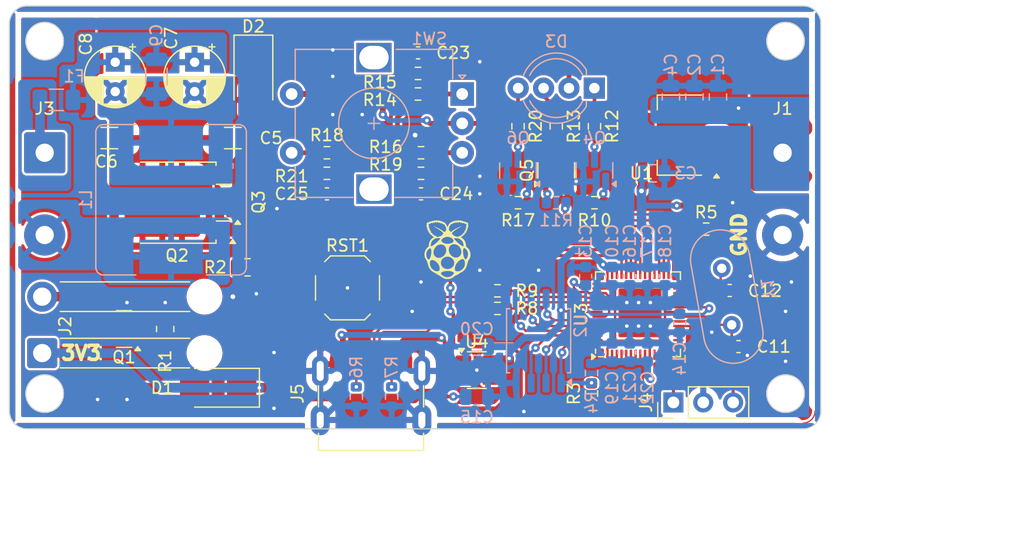
<source format=kicad_pcb>
(kicad_pcb (version 20221018) (generator pcbnew)
  (layers (0 "F.Cu" signal) (31 "B.Cu" signal) (34 "B.Paste" user) (35 "F.Paste" user) (36 "B.SilkS" user "B.Silkscreen") (37 "F.SilkS" user "F.Silkscreen") (38 "B.Mask" user) (39 "F.Mask" user) (44 "Edge.Cuts" user))
  (net 0 "")
  (net 1 "GND")
  (net 2 "/MCU/RUN")
  (net 3 "+3V3")
  (net 4 "Net-(U3-XIN)")
  (net 5 "Net-(U3-XOUT)")
  (net 6 "Net-(U3-VREG_VOUT)")
  (net 7 "/MCU/R1")
  (net 8 "+5V")
  (net 9 "/MCU/G1")
  (net 10 "/MCU/B1")
  (net 11 "/MCU/SWCLK")
  (net 12 "/MCU/SWD")
  (net 13 "Net-(D1-A)")
  (net 14 "Net-(J3-Pin_1)")
  (net 15 "Net-(J3-Pin_2)")
  (net 16 "Net-(J5-CC1)")
  (net 18 "Net-(J5-CC2)")
  (net 19 "/MCU/SS")
  (net 20 "/MCU/MCU_BOOT")
  (net 22 "Net-(Q4-B)")
  (net 23 "/MCU/D+")
  (net 24 "/MCU/M_D+")
  (net 25 "/MCU/D-")
  (net 26 "/MCU/M_D-")
  (net 27 "/MCU/LED1")
  (net 28 "/MCU/LED2")
  (net 29 "/MCU/LED3")
  (net 30 "/MCU/SD1")
  (net 31 "/MCU/SD2")
  (net 32 "/MCU/SD0")
  (net 33 "/MCU/SCLK")
  (net 34 "/MCU/SD3")
  (net 35 "Net-(Q4-C)")
  (net 36 "Net-(Q5-B)")
  (net 37 "Net-(Q5-C)")
  (net 38 "Net-(Q6-B)")
  (net 39 "Net-(Q6-C)")
  (net 52 "/MCU/RE1")
  (net 53 "/MCU/RE2")
  (net 54 "/MCU/RE_SW")
  (net 55 "+12V")
  (net 56 "Net-(D2-A)")
  (net 60 "/MCU/LED_PWM")
  (net 66 "/MCU/HAP_PWM")
  (net 69 "Net-(R14-Pad2)")
  (net 70 "Net-(R16-Pad1)")
  (net 71 "Net-(R18-Pad1)")
  (footprint "Resistor_SMD:R_0805_2012Metric" (layer "F.Cu") (at 100.25 106.25)
    (fp_text reference "R2")
    (fp_text value "100K")
  )
  (footprint "Capacitor_THT:CP_Radial_D5.0mm_P2.50mm" (layer "F.Cu") (at 89 88.794888 -90)
    (fp_text reference "C8")
    (fp_text value "100uf/50V")
  )
  (footprint "Package_TO_SOT_SMD:SOT-23" (layer "F.Cu") (at 98.25 100.75 180)
    (fp_text reference "Q3")
    (fp_text value "BS870")
  )
  (footprint "Diode_SMD:D_SMA" (layer "F.Cu") (at 97.75 116.5 180)
    (fp_text reference "D1")
    (fp_text value "SS14/SS34")
  )
  (footprint "Resistor_SMD:R_0603_1608Metric" (layer "F.Cu") (at 107 98.25 180)
    (fp_text reference "R21")
    (fp_text value "R_US")
  )
  (footprint "Resistor_SMD:R_0603_1608Metric" (layer "F.Cu") (at 115 98.25)
    (fp_text reference "R19")
    (fp_text value "R_US")
  )
  (footprint "Connector_PinHeader_2.54mm:PinHeader_1x03_P2.54mm_Vertical" (layer "F.Cu") (at 136.46 117.75 90)
    (fp_text reference "J4")
    (fp_text value "Conn_01x03_Male")
  )
  (footprint "Capacitor_SMD:C_0603_1608Metric" (layer "F.Cu") (at 141.25 108.225 180)
    (fp_text reference "C12")
    (fp_text value "20pf")
  )
  (footprint "Package_TO_SOT_SMD:SOT-23" (layer "F.Cu") (at 89.75 111.5 180)
    (fp_text reference "Q1")
    (fp_text value "BS870")
  )
  (footprint "LOGO" (layer "F.Cu") (at 117.25 104.75)
    (fp_text reference "G***" hide)
    (fp_text value "LOGO" hide)
  )
  (footprint "Resistor_SMD:R_0603_1608Metric" (layer "F.Cu") (at 139.25 103)
    (fp_text reference "R5")
    (fp_text value "10K")
  )
  (footprint "Package_TO_SOT_SMD:SOT-223-3_TabPin2" (layer "F.Cu") (at 137 95 180)
    (fp_text reference "U1")
    (fp_text value "LM1117-3.3")
  )
  (footprint "Resistor_SMD:R_0603_1608Metric" (layer "F.Cu") (at 114.75 89.75)
    (fp_text reference "R15")
    (fp_text value "R_US")
  )
  (footprint "Resistor_SMD:R_0603_1608Metric" (layer "F.Cu") (at 121.5 108.25)
    (fp_text reference "R9")
    (fp_text value "27R")
  )
  (footprint "Package_TO_SOT_SMD:TO-252-2" (layer "F.Cu") (at 94.26 100.75 180)
    (fp_text reference "Q2")
    (fp_text value "STD7NK40Z")
  )
  (footprint "Resistor_SMD:R_0603_1608Metric" (layer "F.Cu") (at 115 96.5 180)
    (fp_text reference "R16")
    (fp_text value "R_US")
  )
  (footprint "Capacitor_SMD:C_0603_1608Metric" (layer "F.Cu") (at 114.75 88)
    (fp_text reference "C23")
    (fp_text value "C")
  )
  (footprint "Capacitor_SMD:C_0603_1608Metric" (layer "F.Cu") (at 142 113 180)
    (fp_text reference "C11")
    (fp_text value "20pf")
  )
  (footprint "USB:USB_C_Receptacle_Palconn_UTC16-G" (layer "F.Cu") (at 110.75 117)
    (fp_text reference "J5")
    (fp_text value "USB_C_Receptacle_USB2.0")
  )
  (footprint "Resistor_SMD:R_0603_1608Metric" (layer "F.Cu") (at 121.5 109.75)
    (fp_text reference "R8")
    (fp_text value "27R")
  )
  (footprint "Package_DFN_QFN:QFN-56-1EP_7x7mm_P0.4mm_EP3.2x3.2mm" (layer "F.Cu") (at 133.45 110.25 90)
    (fp_text reference "U3")
    (fp_text value "RP2040")
  )
  (footprint "Resistor_SMD:R_0603_1608Metric" (layer "F.Cu") (at 126.5 94.25 -90)
    (fp_text reference "R13")
    (fp_text value "1K")
  )
  (footprint "Resistor_SMD:R_0603_1608Metric" (layer "F.Cu") (at 129.75 100.75)
    (fp_text reference "R10")
    (fp_text value "4K7")
  )
  (footprint "Resistor_SMD:R_0603_1608Metric" (layer "F.Cu") (at 123.25 94.25 -90)
    (fp_text reference "R20")
    (fp_text value "1K")
  )
  (footprint "Resistor_SMD:R_0603_1608Metric" (layer "F.Cu") (at 129.75 94.25 -90)
    (fp_text reference "R12")
    (fp_text value "1K")
  )
  (footprint "Package_TO_SOT_SMD:SOT-23-5" (layer "F.Cu") (at 119.75 115)
    (fp_text reference "U4")
    (fp_text value "MIC5219-3.3YM5")
  )
  (footprint "Capacitor_SMD:C_1206_3216Metric" (layer "F.Cu") (at 88.5 95.25 180)
    (fp_text reference "C6")
    (fp_text value "100uf/50V")
  )
  (footprint "Capacitor_THT:CP_Radial_D5.0mm_P2.50mm" (layer "F.Cu") (at 95.75 88.794888 -90)
    (fp_text reference "C7")
    (fp_text value "100uf/50V")
  )
  (footprint "Capacitor_SMD:C_1206_3216Metric" (layer "F.Cu") (at 99 95.25)
    (fp_text reference "C5")
    (fp_text value "220uf/50V")
  )
  (footprint "Connector_Wire:SolderWire-0.75sqmm_1x02_P7mm_D1.25mm_OD3.5mm" (layer "F.Cu") (at 83 96.5 -90)
    (fp_text reference "J3")
    (fp_text value "Conn_01x02_Pin")
  )
  (footprint "Resistor_SMD:R_0603_1608Metric" (layer "F.Cu") (at 107 96.5)
    (fp_text reference "R18")
    (fp_text value "R_US")
  )
  (footprint "Connector_Wire:SolderWire-0.75sqmm_1x02_P7mm_D1.25mm_OD3.5mm" (layer "F.Cu") (at 145.75 96.5 -90)
    (fp_text reference "J1")
    (fp_text value "Conn_01x02_Pin")
  )
  (footprint "Resistor_SMD:R_0603_1608Metric" (layer "F.Cu") (at 123.25 100.75)
    (fp_text reference "R17")
    (fp_text value "4K7")
  )
  (footprint "Package_TO_SOT_SMD:SOT-23" (layer "F.Cu") (at 126.5 98 90)
    (fp_text reference "Q5")
    (fp_text value "BC547")
  )
  (footprint "Resistor_SMD:R_0603_1608Metric" (layer "F.Cu") (at 129.5 117 -90)
    (fp_text reference "R3")
    (fp_text value "1K")
  )
  (footprint "Resistor_SMD:R_0805_2012Metric" (layer "F.Cu") (at 93.25 111.5 90)
    (fp_text reference "R1")
    (fp_text value "100K")
  )
  (footprint "Capacitor_SMD:C_0603_1608Metric" (layer "F.Cu") (at 107 100 180)
    (fp_text reference "C25")
    (fp_text value "C")
  )
  (footprint "Resistor_SMD:R_0603_1608Metric" (layer "F.Cu") (at 114.75 91.5)
    (fp_text reference "R14")
    (fp_text value "R_US")
  )
  (footprint "Capacitor_SMD:C_0603_1608Metric" (layer "F.Cu") (at 115 100)
    (fp_text reference "C24")
    (fp_text value "C")
  )
  (footprint "Button_Switch_SMD:SW_SPST_SKQG_WithStem" (layer "F.Cu") (at 108.75 108)
    (fp_text reference "RST1")
    (fp_text value "SW_Push")
  )
  (footprint "Connector_Wire:SolderWire-0.75sqmm_1x02_P4.8mm_D1.25mm_OD2.3mm_Relief" (layer "F.Cu") (at 82.79 113.55 90)
    (fp_text reference "J2")
    (fp_text value "Conn_01x02_Pin")
  )
  (footprint "Diode_SMD:D_SMA" (layer "F.Cu") (at 100.75 90 -90)
    (fp_text reference "D2")
    (fp_text value "SS14/SS34")
  )
  (footprint "Capacitor_SMD:C_0603_1608Metric" (layer "B.Cu") (at 131.25 113.5 90)
    (fp_text reference "C19")
    (fp_text value "100nf")
  )
  (footprint "Package_SO:SOIC-8_5.23x5.23mm_P1.27mm" (layer "B.Cu") (at 125 112.5 90)
    (fp_text reference "U2")
    (fp_text value "W25Q64JVSSIQ")
  )
  (footprint "Capacitor_SMD:C_0805_2012Metric" (layer "B.Cu") (at 138.25 91.75 90)
    (fp_text reference "C2")
    (fp_text value "C")
  )
  (footprint "Capacitor_SMD:C_0805_2012Metric" (layer "B.Cu") (at 119.75 113 180)
    (fp_text reference "C20")
    (fp_text value "10uf")
  )
  (footprint "Fuse:Fuse_1206_3216Metric" (layer "B.Cu") (at 84 92 180)
    (fp_text reference "F1")
    (fp_text value "Polyfuse")
  )
  (footprint "Capacitor_SMD:C_0603_1608Metric" (layer "B.Cu") (at 131.25 107 -90)
    (fp_text reference "C10")
    (fp_text value "100nf")
  )
  (footprint "Capacitor_SMD:C_0603_1608Metric" (layer "B.Cu") (at 135.75 107 -90)
    (fp_text reference "C18")
    (fp_text value "100nf")
  )
  (footprint "Package_TO_SOT_SMD:SOT-23" (layer "B.Cu") (at 129.75 98 90)
    (fp_text reference "Q4")
    (fp_text value "BC547")
  )
  (footprint "Capacitor_SMD:C_0603_1608Metric" (layer "B.Cu") (at 137 111 -90)
    (fp_text reference "C14")
    (fp_text value "100nf")
  )
  (footprint "Capacitor_SMD:C_0805_2012Metric" (layer "B.Cu") (at 134.75 98.25)
    (fp_text reference "C3")
    (fp_text value "10uf")
  )
  (footprint "Capacitor_SMD:C_1206_3216Metric" (layer "B.Cu") (at 92.5 90.025 -90)
    (fp_text reference "C9")
    (fp_text value "100uf/50V")
  )
  (footprint "Capacitor_SMD:C_0603_1608Metric" (layer "B.Cu") (at 132.75 107 -90)
    (fp_text reference "C16")
    (fp_text value "100nf")
  )
  (footprint "Capacitor_SMD:C_0603_1608Metric" (layer "B.Cu") (at 134.25 107 -90)
    (fp_text reference "C17")
    (fp_text value "100nf")
  )
  (footprint "Capacitor_SMD:C_0805_2012Metric" (layer "B.Cu") (at 140.25 91.75 90)
    (fp_text reference "C1")
    (fp_text value "10uf")
  )
  (footprint "Rotary_Encoder:RotaryEncoder_Alps_EC12E-Switch_Vertical_H20mm" (layer "B.Cu") (at 118.5 91.5 180)
    (fp_text reference "SW1")
    (fp_text value "RotaryEncoder_Switch")
  )
  (footprint "Resistor_SMD:R_0603_1608Metric" (layer "B.Cu") (at 109.5 117.25 -90)
    (fp_text reference "R6")
    (fp_text value "R_US")
  )
  (footprint "Capacitor_SMD:C_0603_1608Metric" (layer "B.Cu") (at 129 107 90)
    (fp_text reference "C13")
    (fp_text value "100nf")
  )
  (footprint "Resistor_SMD:R_0603_1608Metric" (layer "B.Cu") (at 129.5 115.25 90)
    (fp_text reference "R4")
    (fp_text value "10K")
  )
  (footprint "LED_THT:LED_D5.0mm-4_RGB_Wide_Pins" (layer "B.Cu") (at 129.74 91 180)
    (fp_text reference "D3")
    (fp_text value "LED_RAGB")
  )
  (footprint "Inductor_SMD:L_Bourns_SRR1260" (layer "B.Cu") (at 93.75 100.5 -90)
    (fp_text reference "L1")
    (fp_text value "100uH")
  )
  (footprint "Capacitor_SMD:C_0805_2012Metric" (layer "B.Cu") (at 119.75 117.25)
    (fp_text reference "C15")
    (fp_text value "10uf")
  )
  (footprint "Crystal:Crystal_HC49-4H_Vertical" (layer "B.Cu") (at 140.574562 106.337221 -80)
    (fp_text reference "Y1")
    (fp_text value "Crystal")
  )
  (footprint "Capacitor_SMD:C_0603_1608Metric" (layer "B.Cu") (at 134.25 113.5 90)
    (fp_text reference "C22")
    (fp_text value "100nf")
  )
  (footprint "Resistor_SMD:R_0603_1608Metric" (layer "B.Cu") (at 126.5 100.75 180)
    (fp_text reference "R11")
    (fp_text value "4K7")
  )
  (footprint "Resistor_SMD:R_0603_1608Metric" (layer "B.Cu") (at 112.5 117.25 -90)
    (fp_text reference "R7")
    (fp_text value "R_US")
  )
  (footprint "Package_TO_SOT_SMD:SOT-23" (layer "B.Cu") (at 123.25 98 90)
    (fp_text reference "Q6")
    (fp_text value "BC547")
  )
  (footprint "Capacitor_SMD:C_0805_2012Metric" (layer "B.Cu") (at 136.25 91.75 90)
    (fp_text reference "C4")
    (fp_text value "C")
  )
  (footprint "Capacitor_SMD:C_0603_1608Metric" (layer "B.Cu") (at 132.75 113.5 90)
    (fp_text reference "C21")
    (fp_text value "100nf")
  )
  (gr_arc (start 148.499993 118.499995) (mid 148.207101 119.207102) (end 147.499994 119.499994) (stroke (width 0.1)) (layer "F.Cu"))
  (gr_circle (center 146 87) (end 147.6 87) (stroke (width 0.1)) (fill none) (layer "Edge.Cuts"))
  (gr_line (start 149 85.5) (end 149 118.5) (stroke (width 0.1)) (layer "Edge.Cuts"))
  (gr_arc (start 147.5 84) (mid 148.56066 84.43934) (end 149 85.5) (stroke (width 0.1)) (layer "Edge.Cuts"))
  (gr_line (start 81.5 120) (end 147.5 120) (stroke (width 0.1)) (layer "Edge.Cuts"))
  (gr_arc (start 149 118.5) (mid 148.56066 119.56066) (end 147.5 120) (stroke (width 0.1)) (layer "Edge.Cuts"))
  (gr_arc (start 80 85.5) (mid 80.43934 84.43934) (end 81.5 84) (stroke (width 0.1)) (layer "Edge.Cuts"))
  (gr_arc (start 81.5 120) (mid 80.43934 119.56066) (end 80 118.5) (stroke (width 0.1)) (layer "Edge.Cuts"))
  (gr_circle (center 146 117) (end 147.6 117) (stroke (width 0.1)) (fill none) (layer "Edge.Cuts"))
  (gr_line (start 80 85.5) (end 80 118.5) (stroke (width 0.1)) (layer "Edge.Cuts"))
  (gr_line (start 81.5 84) (end 147.5 84) (stroke (width 0.1)) (layer "Edge.Cuts"))
  (gr_circle (center 83 117) (end 84.6 117) (stroke (width 0.1)) (fill none) (layer "Edge.Cuts"))
  (gr_circle (center 83 87) (end 84.6 87) (stroke (width 0.1)) (fill none) (layer "Edge.Cuts"))
  (gr_text "GND" (at 142.75 105.5 90) (layer "F.SilkS") (effects (font (size 1.2 1.2) (thickness 0.3) bold) (justify left bottom)))
  (gr_text "3V3" (at 84.25 114.25) (layer "F.SilkS") (effects (font (size 1.2 1.2) (thickness 0.3) bold) (justify left bottom)))
  (segment (start 142.025 108.225) (end 142.025 107.225) (width 0.254) (layer "F.Cu") (net 1))
  (segment (start 107.5 113) (end 106.75 113) (width 0.508) (layer "F.Cu") (net 1))
  (segment (start 118.6125 115) (end 119.75 115) (width 0.3048) (layer "F.Cu") (net 1))
  (segment (start 113.95 113.3) (end 114 113.25) (width 0.508) (layer "F.Cu") (net 1))
  (segment (start 106.175 99.95) (end 106.225 100) (width 0.4064) (layer "F.Cu") (net 1))
  (segment (start 139.25 111.5) (end 139.45 111.5) (width 0.2) (layer "F.Cu") (net 1))
  (segment (start 101.1625 106.25) (end 101.1625 107.3375) (width 0.508) (layer "F.Cu") (net 1))
  (segment (start 106.75 113) (end 106.43 113.32) (width 0.508) (layer "F.Cu") (net 1))
  (segment (start 107.55 113.05) (end 107.5 113) (width 0.508) (layer "F.Cu") (net 1))
  (segment (start 139 111.25) (end 139.25 111.5) (width 0.2) (layer "F.Cu") (net 1))
  (segment (start 114.1 109.85) (end 114.25 110) (width 0.3048) (layer "F.Cu") (net 1))
  (segment (start 128.1875 98.9375) (end 127.45 98.9375) (width 0.3048) (layer "F.Cu") (net 1))
  (segment (start 101 107.5) (end 101.1625 107.3375) (width 0.508) (layer "F.Cu") (net 1))
  (segment (start 101 108.5) (end 101 107.5) (width 0.508) (layer "F.Cu") (net 1))
  (segment (start 111.85 109.85) (end 114.1 109.85) (width 0.3048) (layer "F.Cu") (net 1))
  (segment (start 115.825 99.95) (end 115.775 100) (width 0.4064) (layer "F.Cu") (net 1))
  (segment (start 113.95 114.49) (end 113.95 113.3) (width 0.508) (layer "F.Cu") (net 1))
  (segment (start 90.6875 110.55) (end 93.2125 110.55) (width 0.508) (layer "F.Cu") (net 1))
  (segment (start 115.825 98.25) (end 115.825 99.95) (width 0.4064) (layer "F.Cu") (net 1))
  (segment (start 93.2125 110.55) (end 93.25 110.5875) (width 0.508) (layer "F.Cu") (net 1))
  (segment (start 139.45 111.5) (end 139.725 111.775) (width 0.2) (layer "F.Cu") (net 1))
  (segment (start 115.07 113.57) (end 115.07 115.07) (width 0.508) (layer "F.Cu") (net 1))
  (segment (start 142.025 107.225) (end 142.25 107) (width 0.254) (layer "F.Cu") (net 1))
  (segment (start 136.8875 111.25) (end 139 111.25) (width 0.2) (layer "F.Cu") (net 1))
  (segment (start 142.775 113.725) (end 142.775 113) (width 0.254) (layer "F.Cu") (net 1))
  (segment (start 93.25 110.5875) (end 93.25 109.25) (width 0.508) (layer "F.Cu") (net 1))
  (segment (start 107.55 114.49) (end 107.55 113.05) (width 0.508) (layer "F.Cu") (net 1))
  (segment (start 114 113.25) (end 114.75 113.25) (width 0.508) (layer "F.Cu") (net 1))
  (segment (start 106.43 113.32) (end 106.43 115.07) (width 0.508) (layer "F.Cu") (net 1))
  (segment (start 114.75 113.25) (end 115.07 113.57) (width 0.508) (layer "F.Cu") (net 1))
  (segment (start 142.25 107) (end 143 107) (width 0.254) (layer "F.Cu") (net 1))
  (segment (start 142.75 113.75) (end 142.775 113.725) (width 0.254) (layer "F.Cu") (net 1))
  (segment (start 106.175 98.25) (end 106.175 99.95) (width 0.4064) (layer "F.Cu") (net 1))
  (via (at 107.5 90) (size 0.7064) (drill 0.3) (layers "F.Cu" "B.Cu") (net 1))
  (via (at 93.25 109.25) (size 0.7064) (drill 0.3) (layers "F.Cu" "B.Cu") (net 1))
  (via (at 132.5 109.25) (size 0.7064) (drill 0.3) (layers "F.Cu" "B.Cu") (net 1))
  (via (at 133.5 111.25) (size 0.7064) (drill 0.3) (layers "F.Cu" "B.Cu") (net 1))
  (via (at 146 114.25) (size 0.7064) (drill 0.3) (layers "F.Cu" "B.Cu") (net 1))
  (via (at 90 117.5) (size 0.7064) (drill 0.3) (layers "F.Cu" "B.Cu") (net 1))
  (via (at 120 88.75) (size 0.7064) (drill 0.3) (layers "F.Cu" "B.Cu") (net 1))
  (via (at 134.5 111.25) (size 0.7064) (drill 0.3) (layers "F.Cu" "B.Cu") (net 1))
  (via (at 102.5 113.5) (size 0.7064) (drill 0.3) (layers "F.Cu" "B.Cu") (net 1))
  (via (at 132.5 111.25) (size 0.7064) (drill 0.3) (layers "F.Cu" "B.Cu") (net 1))
  (via (at 107.5 87.75) (size 0.7064) (drill 0.3) (layers "F.Cu" "B.Cu") (net 1))
  (via (at 108.75 108) (size 0.7064) (drill 0.3) (layers "F.Cu" "B.Cu") (net 1))
  (via (at 120 98.5) (size 0.7064) (drill 0.3) (layers "F.Cu" "B.Cu") (net 1))
  (via (at 115 107.5) (size 0.7064) (drill 0.3) (layers "F.Cu" "B.Cu") (net 1))
  (via (at 141.5 100.75) (size 0.7064) (drill 0.3) (layers "F.Cu" "B.Cu") (net 1))
  (via (at 128.1875 98.9375) (size 0.7064) (drill 0.3) (layers "F.Cu" "B.Cu") (net 1))
  (via (at 133.5 109.25) (size 0.7064) (drill 0.3) (layers "F.Cu" "B.Cu") (net 1))
  (via (at 146 110) (size 0.7064) (drill 0.3) (layers "F.Cu" "B.Cu") (net 1))
  (via (at 99 108.75) (size 0.8) (drill 0.4) (layers "F.Cu" "B.Cu") (net 1))
  (via (at 114.5 95) (size 0.8) (drill 0.4) (layers "F.Cu" "B.Cu") (net 1))
  (via (at 146.5 107.5) (size 0.7064) (drill 0.3) (layers "F.Cu" "B.Cu") (net 1))
  (via (at 110 93.25) (size 0.7064) (drill 0.3) (layers "F.Cu" "B.Cu") (net 1))
  (via (at 134.5 109.25) (size 0.7064) (drill 0.3) (layers "F.Cu" "B.Cu") (net 1))
  (via (at 87.5 117.5) (size 0.7064) (drill 0.3) (layers "F.Cu" "B.Cu") (net 1))
  (via (at 143 107) (size 0.7064) (drill 0.3) (layers "F.Cu" "B.Cu") (net 1))
  (via (at 123.747079 118.526285) (size 0.7064) (drill 0.3) (layers "F.Cu" "B.Cu") (net 1))
  (via (at 107.5 93.25) (size 0.7064) (drill 0.3) (layers "F.Cu" "B.Cu") (net 1))
  (via (at 139.725 111.775) (size 0.7064) (drill 0.3) (layers "F.Cu" "B.Cu") (net 1))
  (via (at 101 108.5) (size 0.7064) (drill 0.3) (layers "F.Cu" "B.Cu") (net 1))
  (via (at 90 109.25) (size 0.7064) (drill 0.3) (layers "F.Cu" "B.Cu") (net 1))
  (via (at 120 106.5) (size 0.7064) (drill 0.3) (layers "F.Cu" "B.Cu") (net 1))
  (via (at 120 100) (size 0.7064) (drill 0.3) (layers "F.Cu" "B.Cu") (net 1))
  (via (at 102.75 101.25) (size 0.7064) (drill 0.3) (layers "F.Cu" "B.Cu") (net 1))
  (via (at 119.75 115) (size 0.7064) (drill 0.3) (layers "F.Cu" "B.Cu") (net 1))
  (via (at 142.75 113.75) (size 0.7064) (drill 0.3) (layers "F.Cu" "B.Cu") (net 1))
  (via (at 114.25 110) (size 0.7064) (drill 0.3) (layers "F.Cu" "B.Cu") (net 1))
  (via (at 102.5 118.25) (size 0.7064) (drill 0.3) (layers "F.Cu" "B.Cu") (net 1))
  (via (at 125 106.5) (size 0.7064) (drill 0.3) (layers "F.Cu" "B.Cu") (net 1))
  (segment (start 131.25 107.775) (end 132.75 107.775) (width 0.3048) (layer "B.Cu") (net 1))
  (segment (start 128.8 98.05) (end 128.25 97.5) (width 0.3048) (layer "B.Cu") (net 1))
  (segment (start 140.25 108.75) (end 140.25 111.25) (width 0.3048) (layer "B.Cu") (net 1))
  (segment (start 135.75 107.775) (end 136.525 107.775) (width 0.3048) (layer "B.Cu") (net 1))
  (segment (start 129.725 106.225) (end 130 106.5) (width 0.254) (layer "B.Cu") (net 1))
  (segment (start 109.5 118.075) (end 112.5 118.075) (width 0.508) (layer "B.Cu") (net 1))
  (segment (start 115.07 115.07) (end 115.07 119.24) (width 0.508) (layer "B.Cu") (net 1))
  (segment (start 136.525 107.775) (end 137.5 108.75) (width 0.3048) (layer "B.Cu") (net 1))
  (segment (start 143 108.25) (end 143 107) (width 0.3048) (layer "B.Cu") (net 1))
  (segment (start 135.275 112.725) (end 134.25 112.725) (width 0.3048) (layer "B.Cu") (net 1))
  (segment (start 132.75 107.775) (end 134.25 107.775) (width 0.3048) (layer "B.Cu") (net 1))
  (segment (start 128.25 95.5) (end 127.75 95) (width 0.3048) (layer "B.Cu") (net 1))
  (segment (start 136.225 111.775) (end 135.275 112.725) (width 0.3048) (layer "B.Cu") (net 1))
  (segment (start 120.7 117.25) (end 120.7 116.2) (width 0.3048) (layer "B.Cu") (net 1))
  (segment (start 107.675 118.075) (end 109.5 118.075) (width 0.508) (layer "B.Cu") (net 1))
  (segment (start 118.8 114.8) (end 119 115) (width 0.3048) (layer "B.Cu") (net 1))
  (segment (start 142.5 108.75) (end 143 108.25) (width 0.3048) (layer "B.Cu") (net 1))
  (segment (start 134.25 112.725) (end 132.75 112.725) (width 0.3048) (layer "B.Cu") (net 1))
  (segment (start 130 107.5) (end 130.275 107.775) (width 0.254) (layer "B.Cu") (net 1))
  (segment (start 130 106.5) (end 130 107.5) (width 0.254) (layer "B.Cu") (net 1))
  (segment (start 118.8 113) (end 118.8 114.8) (width 0.3048) (layer "B.Cu") (net 1))
  (segment (start 106.51 119.24) (end 107.675 118.075) (width 0.508) (layer "B.Cu") (net 1))
  (segment (start 132.75 112.725) (end 131.25 112.725) (width 0.3048) (layer "B.Cu") (net 1))
  (segment (start 137.5 108.75) (end 140.25 108.75) (width 0.3048) (layer "B.Cu") (net 1))
  (segment (start 128.25 97.5) (end 128.25 95.5) (width 0.3048) (layer "B.Cu") (net 1))
  (segment (start 106.43 119.24) (end 106.51 119.24) (width 0.508) (layer "B.Cu") (net 1))
  (segment (start 119 115) (end 119.75 115) (width 0.3048) (layer "B.Cu") (net 1))
  (segment (start 112.5 118.075) (end 113.905 118.075) (width 0.508) (layer "B.Cu") (net 1))
  (segment (start 139.725 111.775) (end 137 111.775) (width 0.3048) (layer "B.Cu") (net 1))
  (segment (start 134.25 107.775) (end 135.75 107.775) (width 0.3048) (layer "B.Cu") (net 1))
  (segment (start 123 95) (end 122.3 95.7) (width 0.3048) (layer "B.Cu") (net 1))
  (segment (start 137 111.775) (end 136.225 111.775) (width 0.3048) (layer "B.Cu") (net 1))
  (segment (start 140.25 111.25) (end 139.725 111.775) (width 0.3048) (layer "B.Cu") (net 1))
  (segment (start 113.905 118.075) (end 115.07 119.24) (width 0.508) (layer "B.Cu") (net 1))
  (segment (start 128.8 98.9375) (end 128.8 98.05) (width 0.3048) (layer "B.Cu") (net 1))
  (segment (start 122.3 95.7) (end 122.3 98.9375) (width 0.3048) (layer "B.Cu") (net 1))
  (segment (start 128.1875 98.9375) (end 128.8 98.9375) (width 0.3048) (layer "B.Cu") (net 1))
  (segment (start 130.275 107.775) (end 131.25 107.775) (width 0.254) (layer "B.Cu") (net 1))
  (segment (start 140.25 108.75) (end 142.5 108.75) (width 0.3048) (layer "B.Cu") (net 1))
  (segment (start 119.75 115.25) (end 119.75 115) (width 0.3048) (layer "B.Cu") (net 1))
  (segment (start 129 106.225) (end 129.725 106.225) (width 0.254) (layer "B.Cu") (net 1))
  (segment (start 120.7 116.2) (end 119.75 115.25) (width 0.3048) (layer "B.Cu") (net 1))
  (segment (start 106.43 115.07) (end 106.43 119.24) (width 0.508) (layer "B.Cu") (net 1))
  (segment (start 127.75 95) (end 123 95) (width 0.3048) (layer "B.Cu") (net 1))
  (segment (start 136.8875 108.45) (end 137.8 108.45) (width 0.2) (layer "F.Cu") (net 2))
  (segment (start 138.25 108) (end 138.25 104.25) (width 0.2) (layer "F.Cu") (net 2))
  (segment (start 137.8 108.45) (end 138.25 108) (width 0.2) (layer "F.Cu") (net 2))
  (segment (start 138.425 104.075) (end 138.425 103) (width 0.2) (layer "F.Cu") (net 2))
  (segment (start 138.25 104.25) (end 138.425 104.075) (width 0.2) (layer "F.Cu") (net 2))
  (segment (start 133.75 99.5) (end 133.75 99.75) (width 0.8128) (layer "F.Cu") (net 3))
  (segment (start 128 110) (end 127 110) (width 0.2) (layer "F.Cu") (net 3))
  (segment (start 111 91.5) (end 104 91.5) (width 0.508) (layer "F.Cu") (net 3))
  (segment (start 130.9 107.65) (end 131 107.75) (width 0.2) (layer "F.Cu") (net 3))
  (segment (start 131.3 108.05) (end 131 108.05) (width 0.2) (layer "F.Cu") (net 3))
  (segment (start 133.85 99.1) (end 134 99.25) (width 0.8128) (layer "F.Cu") (net 3))
  (segment (start 130.0125 110.05) (end 128.55 110.05) (width 0.2) (layer "F.Cu") (net 3))
  (segment (start 135.75 110) (end 135.75 112.25) (width 0.2) (layer "F.Cu") (net 3))
  (segment (start 114.82105 117) (end 114.410525 117.410525) (width 0.8128) (layer "F.Cu") (net 3))
  (segment (start 118.5 94) (end 120.25 94) (width 0.4064) (layer "F.Cu") (net 3))
  (segment (start 103.25 116.5) (end 99.75 116.5) (width 0.8128) (layer "F.Cu") (net 3))
  (segment (start 133.25 89) (end 133.85 89.6) (width 0.4064) (layer "F.Cu") (net 3))
  (segment (start 130.85 106.8125) (end 130.85 107.6) (width 0.2) (layer "F.Cu") (net 3))
  (segment (start 111.75 92.25) (end 111 91.5) (width 0.508) (layer "F.Cu") (net 3))
  (segment (start 134.45 107.7) (end 134.5 107.75) (width 0.2) (layer "F.Cu") (net 3))
  (segment (start 130.85 113.15) (end 131.5 112.5) (width 0.2) (layer "F.Cu") (net 3))
  (segment (start 104 117.25) (end 103.25 116.5) (width 0.8128) (layer "F.Cu") (net 3))
  (segment (start 130.0125 109.65) (end 128.35 109.65) (width 0.2) (layer "F.Cu") (net 3))
  (segment (start 128.35 109.65) (end 128 110) (width 0.2) (layer "F.Cu") (net 3))
  (segment (start 115.75 94) (end 118.5 94) (width 0.4064) (layer "F.Cu") (net 3))
  (segment (start 131 108.05) (end 131 107.75) (width 0.2) (layer "F.Cu") (net 3))
  (segment (start 130.85 113.6875) (end 130.85 113.15) (width 0.2) (layer "F.Cu") (net 3))
  (segment (start 135.8 110.05) (end 135.75 110) (width 0.2) (layer "F.Cu") (net 3))
  (segment (start 122.5 117.5) (end 121.5 118.5) (width 0.8128) (layer "F.Cu") (net 3))
  (segment (start 140.075 101.325) (end 139.75 101) (width 0.508) (layer "F.Cu") (net 3))
  (segment (start 131 107.75) (end 134.5 107.75) (width 0.2) (layer "F.Cu") (net 3))
  (segment (start 131.5 108.25) (end 131.3 108.05) (width 0.2) (layer "F.Cu") (net 3))
  (segment (start 135.75 108) (end 135.75 110) (width 0.2) (layer "F.Cu") (net 3))
  (segment (start 120.8875 114.05) (end 122.45 114.05) (width 0.6096) (layer "F.Cu") (net 3))
  (segment (start 140.15 95) (end 133.85 95) (width 1.016) (layer "F.Cu") (net 3))
  (segment (start 134.45 112.55) (end 134.5 112.5) (width 0.2) (layer "F.Cu") (net 3))
  (segment (start 135.5 107.75) (end 135.75 108) (width 0.2) (layer "F.Cu") (net 3))
  (segment (start 131.5 112.25) (end 131.5 108.25) (width 0.2) (layer "F.Cu") (net 3))
  (segment (start 120.25 94) (end 120.75 93.5) (width 0.4064) (layer "F.Cu") (net 3))
  (segment (start 127 110) (end 127 109.995) (width 0.2) (layer "F.Cu") (net 3))
  (segment (start 107.5 117.25) (end 104 117.25) (width 0.8128) (layer "F.Cu") (net 3))
  (segment (start 99.75 116.5) (end 101.25 116.5) (width 0.508) (layer "F.Cu") (net 3))
  (segment (start 128.5 110) (end 128 110) (width 0.2) (layer "F.Cu") (net 3))
  (segment (start 134 99.25) (end 133.75 99.5) (width 0.8128) (layer "F.Cu") (net 3))
  (segment (start 131.5 112.5) (end 131.5 112.25) (width 0.2) (layer "F.Cu") (net 3))
  (segment (start 131 108.05) (end 130.0125 108.05) (width 0.2) (layer "F.Cu") (net 3))
  (segment (start 139.75 101) (end 136.75 101) (width 0.508) (layer "F.Cu") (net 3))
  (segment (start 133.85 89.6) (end 133.85 95) (width 0.4064) (layer "F.Cu") (net 3))
  (segment (start 130.0125 107.65) (end 130.9 107.65) (width 0.2) (layer "F.Cu") (net 3))
  (segment (start 122.45 114.05) (end 122.5 114) (width 0.6096) (layer "F.Cu") (net 3))
  (segment (start 134.45 113.6875) (end 134.45 112.55) (width 0.2) (layer "F.Cu") (net 3))
  (segment (start 121.5 118.5) (end 117.25 118.5) (width 0.8128) (layer "F.Cu") (net 3))
  (segment (start 115.75 117) (end 114.82105 117) (width 0.8128) (layer "F.Cu") (net 3))
  (segment (start 130.85 107.6) (end 131 107.75) (width 0.2) (layer "F.Cu") (net 3))
  (segment (start 127.5 89) (end 133.25 89) (width 0.4064) (layer "F.Cu") (net 3))
  (segment (start 122.5 114) (end 122.5 117.5) (width 0.8128) (layer "F.Cu") (net 3))
  (segment (start 134.45 104.1468) (end 134.3032 104) (width 0.2) (layer "F.Cu") (net 3))
  (segment (start 127.581 89.081) (end 127.581 91) (width 0.4064) (layer "F.Cu") (net 3))
  (segment (start 130.85 106.38805) (end 130.85 106.8125) (width 0.2) (layer "F.Cu") (net 3))
  (segment (start 128.55 110.05) (end 128.5 110) (width 0.2) (layer "F.Cu") (net 3))
  (segment (start 134.45 115.7) (end 134.45 113.6875) (width 0.2) (layer "F.Cu") (net 3))
  (segment (start 134.5 112.5) (end 131.5 112.5) (width 0.2) (layer "F.Cu") (net 3))
  (segment (start 111.75 93.25) (end 111.75 92.25) (width 0.508) (layer "F.Cu") (net 3))
  (segment (start 120.75 89.75) (end 121.5 89) (width 0.4064) (layer "F.Cu") (net 3))
  (segment (start 135.75 112.25) (end 135.5 112.5) (width 0.2) (layer "F.Cu") (net 3))
  (segment (start 133.85 99.65) (end 133.75 99.75) (width 0.4064) (layer "F.Cu") (net 3))
  (segment (start 114.410525 117.410525) (end 107.660525 117.410525) (width 0.8128) (layer "F.Cu") (net 3))
  (segment (start 127 109.995) (end 126.905 109.9) (width 0.2) (layer "F.Cu") (net 3))
  (segment (start 117.25 118.5) (end 115.75 117) (width 0.8128) (layer "F.Cu") (net 3))
  (segment (start 127.5 89) (end 127.581 89.081) (width 0.4064) (layer "F.Cu") (net 3))
  (segment (start 134.45 106.8125) (end 134.45 104.1468) (width 0.2) (layer "F.Cu") (net 3))
  (segment (start 121.5 89) (end 127.5 89) (width 0.4064) (layer "F.Cu") (net 3))
  (segment (start 120.75 93.5) (end 120.75 89.75) (width 0.4064) (layer "F.Cu") (net 3))
  (segment (start 134.45 106.8125) (end 134.45 107.7) (width 0.2) (layer "F.Cu") (net 3))
  (segment (start 134.5 115.75) (end 134.45 115.7) (width 0.2) (layer "F.Cu") (net 3))
  (segment (start 136.8875 110.05) (end 135.8 110.05) (width 0.2) (layer "F.Cu") (net 3))
  (segment (start 133.85 95) (end 133.85 99.1) (width 0.8128) (layer "F.Cu") (net 3))
  (segment (start 140.075 103) (end 140.075 101.325) (width 0.508) (layer "F.Cu") (net 3))
  (segment (start 115.5 93.75) (end 115.75 94) (width 0.4064) (layer "F.Cu") (net 3))
  (segment (start 107.660525 117.410525) (end 107.5 117.25) (width 0.8128) (layer "F.Cu") (net 3))
  (segment (start 134.5 107.75) (end 135.5 107.75) (width 0.2) (layer "F.Cu") (net 3))
  (segment (start 130.480975 106.019025) (end 130.85 106.38805) (width 0.2) (layer "F.Cu") (net 3))
  (segment (start 135.5 112.5) (end 134.5 112.5) (width 0.2) (layer "F.Cu") (net 3))
  (via (at 111.75 93.25) (size 0.7064) (drill 0.3) (layers "F.Cu" "B.Cu") (net 3))
  (via (at 115.5 93.75) (size 0.7064) (drill 0.3) (layers "F.Cu" "B.Cu") (net 3))
  (via (at 134.3032 104) (size 0.7064) (drill 0.3) (layers "F.Cu" "B.Cu") (net 3))
  (via (at 101.25 116.5) (size 0.7064) (drill 0.3) (layers "F.Cu" "B.Cu") (net 3))
  (via (at 122.5 114) (size 0.7064) (drill 0.3) (layers "F.Cu" "B.Cu") (net 3))
  (via (at 133.75 99.75) (size 0.8) (drill 0.4) (layers "F.Cu" "B.Cu") (net 3))
  (via (at 134.5 115.75) (size 0.7064) (drill 0.3) (layers "F.Cu" "B.Cu") (net 3))
  (via (at 130.480975 106.019025) (size 0.7064) (drill 0.3) (layers "F.Cu" "B.Cu") (net 3))
  (via (at 136.75 101) (size 0.7064) (drill 0.3) (layers "F.Cu" "B.Cu") (net 3))
  (via (at 126.905 109.9) (size 0.7064) (drill 0.3) (layers "F.Cu" "B.Cu") (net 3))
  (segment (start 134.25 106.225) (end 132.75 106.225) (width 0.6096) (layer "B.Cu") (net 3))
  (segment (start 132.75 114.275) (end 134.25 114.275) (width 0.6096) (layer "B.Cu") (net 3))
  (segment (start 115.5 93.75) (end 112.25 93.75) (width 0.4064) (layer "B.Cu") (net 3))
  (segment (start 129.5 114.425) (end 130.075 114.425) (width 0.6096) (layer "B.Cu") (net 3))
  (segment (start 123.25 112.75) (end 122.5 113.5) (width 0.6096) (layer "B.Cu") (net 3))
  (segment (start 123.75 112.25) (end 123.25 112.75) (width 0.6096) (layer "B.Cu") (net 3))
  (segment (start 126.905 108.9) (end 126.905 111.095) (width 0.6096) (layer "B.Cu") (net 3))
  (segment (start 133.75 99.75) (end 133.75 101) (width 0.8128) (layer "B.Cu") (net 3))
  (segment (start 132.75 106.225) (end 131.25 106.225) (width 0.6096) (layer "B.Cu") (net 3))
  (segment (start 133.8 99.7) (end 133.75 99.75) (width 0.4064) (layer "B.Cu") (net 3))
  (segment (start 123 113) (end 123.25 112.75) (width 0.6096) (layer "B.Cu") (net 3))
  (segment (start 133.75 101) (end 133.75 102.75) (width 0.8128) (layer "B.Cu") (net 3))
  (segment (start 101.25 116.5) (end 92.95 116.5) (width 0.8128) (layer "B.Cu") (net 3))
  (segment (start 126.905 109.9) (end 126.905 108.9) (width 0.254) (layer "B.Cu") (net 3))
  (segment (start 130.68695 106.225) (end 131.25 106.225) (width 0.6096) (layer "B.Cu") (net 3))
  (segment (start 120.7 113) (end 123 113) (width 0.6096) (layer "B.Cu") (net 3))
  (segment (start 136.75 101) (end 133.75 101) (width 0.508) (layer "B.Cu") (net 3))
  (segment (start 134.25 103.25) (end 134.25 106.225) (width 0.8128) (layer "B.Cu") (net 3))
  (segment (start 134.25 115.5) (end 134.5 115.75) (width 0.6096) (layer "B.Cu") (net 3))
  (segment (start 126.905 111.095) (end 125.75 112.25) (width 0.6096) (layer "B.Cu") (net 3))
  (segment (start 131.1 114.425) (end 131.25 114.275) (width 0.3048) (layer "B.Cu") (net 3))
  (segment (start 135.75 106.225) (end 134.25 106.225) (width 0.6096) (layer "B.Cu") (net 3))
  (segment (start 130.480975 106.019025) (end 130.68695 106.225) (width 0.6096) (layer "B.Cu") (net 3))
  (segment (start 133.8 98.25) (end 133.8 99.7) (width 0.4064) (layer "B.Cu") (net 3))
  (segment (start 122.5 113.5) (end 122.5 114) (width 0.6096) (layer "B.Cu") (net 3))
  (segment (start 126.905 105.845) (end 126.905 108.9) (width 0.6096) (layer "B.Cu") (net 3))
  (segment (start 129.21195 104.75) (end 128 104.75) (width 0.6096) (layer "B.Cu") (net 3))
  (segment (start 130.225 114.275) (end 132.75 114.275) (width 0.6096) (layer "B.Cu") (net 3))
  (segment (start 112.25 93.75) (end 111.75 93.25) (width 0.4064) (layer "B.Cu") (net 3))
  (segment (start 130.480975 106.019025) (end 129.21195 104.75) (width 0.6096) (layer "B.Cu") (net 3))
  (segment (start 133.75 102.75) (end 134.25 103.25) (width 0.8128) (layer "B.Cu") (net 3))
  (segment (start 128 104.75) (end 126.905 105.845) (width 0.6096) (layer "B.Cu") (net 3))
  (segment (start 92.95 116.5) (end 90 113.55) (width 0.8128) (layer "B.Cu") (net 3))
  (segment (start 134.25 114.275) (end 134.25 115.5) (width 0.6096) (layer "B.Cu") (net 3))
  (segment (start 90 113.55) (end 82.79 113.55) (width 0.8128) (layer "B.Cu") (net 3))
  (segment (start 125.75 112.25) (end 123.75 112.25) (width 0.6096) (layer "B.Cu") (net 3))
  (segment (start 130.075 114.425) (end 130.225 114.275) (width 0.6096) (layer "B.Cu") (net 3))
  (segment (start 141.225 113) (end 141.225 112.275) (width 0.2) (layer "F.Cu") (net 4))
  (segment (start 141.225 112.275) (end 141.421965 112.078035) (width 0.2) (layer "F.Cu") (net 4))
  (segment (start 140.1 110.85) (end 140.393083 111.143083) (width 0.2) (layer "F.Cu") (net 4))
  (segment (start 141.421965 112.078035) (end 141.421965 111.143083) (width 0.2) (layer "F.Cu") (net 4))
  (segment (start 140.393083 111.143083) (end 141.421965 111.143083) (width 0.2) (layer "F.Cu") (net 4))
  (segment (start 136.8875 110.85) (end 140.1 110.85) (width 0.2) (layer "F.Cu") (net 4))
  (segment (start 140.475 110.025) (end 140.475 108.225) (width 0.2) (layer "F.Cu") (net 5))
  (segment (start 140.05 110.45) (end 140.475 110.025) (width 0.2) (layer "F.Cu") (net 5))
  (segment (start 140.475 106.436783) (end 140.574562 106.337221) (width 0.2) (layer "F.Cu") (net 5))
  (segment (start 136.8875 110.45) (end 140.05 110.45) (width 0.2) (layer "F.Cu") (net 5))
  (segment (start 140.475 108.225) (end 140.475 106.436783) (width 0.2) (layer "F.Cu") (net 5))
  (segment (start 130.7 108.45) (end 131 108.75) (width 0.2) (layer "F.Cu") (net 6))
  (segment (start 128.35 108.35) (end 129.165685 108.35) (width 0.2) (layer "F.Cu") (net 6))
  (segment (start 130.675 110.45) (end 130.0125 110.45) (width 0.2) (layer "F.Cu") (net 6))
  (segment (start 139.4 109.65) (end 136.8875 109.65) (width 0.2) (layer "F.Cu") (net 6))
  (segment (start 131 110.125) (end 130.675 110.45) (width 0.2) (layer "F.Cu") (net 6))
  (segment (start 129.165685 108.35) (end 129.265686 108.45) (width 0.2) (layer "F.Cu") (net 6))
  (segment (start 128 107.5) (end 128 108) (width 0.2) (layer "F.Cu") (net 6))
  (segment (start 130.0125 108.45) (end 130.7 108.45) (width 0.2) (layer "F.Cu") (net 6))
  (segment (start 129.265686 108.45) (end 130.0125 108.45) (width 0.2) (layer "F.Cu") (net 6))
  (segment (start 128 108) (end 128.35 108.35) (width 0.2) (layer "F.Cu") (net 6))
  (segment (start 131 108.75) (end 131 110.125) (width 0.2) (layer "F.Cu") (net 6))
  (segment (start 139.5 109.75) (end 139.4 109.65) (width 0.2) (layer "F.Cu") (net 6))
  (via (at 128 107.5) (size 0.7064) (drill 0.3) (layers "F.Cu" "B.Cu") (net 6))
  (via (at 139.5 109.75) (size 0.7064) (drill 0.3) (layers "F.Cu" "B.Cu") (net 6))
  (segment (start 129 107.775) (end 129 109.75) (width 0.254) (layer "B.Cu") (net 6))
  (segment (start 128 107.5) (end 128.275 107.775) (width 0.254) (layer "B.Cu") (net 6))
  (segment (start 129 109.75) (end 129.5 110.25) (width 0.254) (layer "B.Cu") (net 6))
  (segment (start 128.275 107.775) (end 129 107.775) (width 0.254) (layer "B.Cu") (net 6))
  (segment (start 129.5 110.25) (end 139 110.25) (width 0.254) (layer "B.Cu") (net 6))
  (segment (start 139 110.25) (end 139.5 109.75) (width 0.254) (layer "B.Cu") (net 6))
  (segment (start 129.75 91.01) (end 129.74 91) (width 0.3048) (layer "F.Cu") (net 7))
  (segment (start 129.75 93.425) (end 129.75 91.01) (width 0.3048) (layer "F.Cu") (net 7))
  (segment (start 117.2 115.95) (end 118.6125 115.95) (width 0.3048) (layer "F.Cu") (net 8))
  (segment (start 117 114.05) (end 117 113.5) (width 0.3048) (layer "F.Cu") (net 8))
  (segment (start 117 112.5) (end 117 113.5) (width 0.3048) (layer "F.Cu") (net 8))
  (segment (start 117 113.5) (end 117 115.75) (width 0.3048) (layer "F.Cu") (net 8))
  (segment (start 117 117) (end 117.25 117.25) (width 0.3048) (layer "F.Cu") (net 8))
  (segment (start 108.25 112) (end 108.35 112.1) (width 0.508) (layer "F.Cu") (net 8))
  (segment (start 117.25 117.25) (end 117.75 117.25) (width 0.3048) (layer "F.Cu") (net 8))
  (segment (start 117 115.75) (end 117.2 115.95) (width 0.3048) (layer "F.Cu") (net 8))
  (segment (start 117 115.75) (end 117 117) (width 0.3048) (layer "F.Cu") (net 8))
  (segment (start 116.696 112.304) (end 113.695368 112.304) (width 0.508) (layer "F.Cu") (net 8))
  (segment (start 108.35 112.1) (end 108.35 114.49) (width 0.508) (layer "F.Cu") (net 8))
  (segment (start 116.75 112.25) (end 116.696 112.304) (width 0.508) (layer "F.Cu") (net 8))
  (segment (start 118.6125 114.05) (end 117 114.05) (width 0.3048) (layer "F.Cu") (net 8))
  (segment (start 116.75 112.25) (end 117 112.5) (width 0.3048) (layer "F.Cu") (net 8))
  (segment (start 113.15 112.849368) (end 113.15 114.49) (width 0.508) (layer "F.Cu") (net 8))
  (segment (start 113.695368 112.304) (end 113.15 112.849368) (width 0.508) (layer "F.Cu") (net 8))
  (via (at 108.25 112) (size 0.7064) (drill 0.3) (layers "F.Cu" "B.Cu") (net 8))
  (via (at 116.75 112.25) (size 0.7064) (drill 0.3) (layers "F.Cu" "B.Cu") (net 8))
  (via (at 117.75 117.25) (size 0.7064) (drill 0.3) (layers "F.Cu" "B.Cu") (net 8))
  (segment (start 116.75 112.25) (end 116.5 112) (width 0.508) (layer "B.Cu") (net 8))
  (segment (start 118.8 117.25) (end 117.75 117.25) (width 0.3048) (layer "B.Cu") (net 8))
  (segment (start 116.5 112) (end 108.25 112) (width 0.508) (layer "B.Cu") (net 8))
  (segment (start 126.5 93.425) (end 126.5 92.75) (width 0.3048) (layer "F.Cu") (net 9))
  (segment (start 126.5 92.75) (end 125.422 91.672) (width 0.3048) (layer "F.Cu") (net 9))
  (segment (start 125.422 91.672) (end 125.422 91) (width 0.3048) (layer "F.Cu") (net 9))
  (segment (start 123.25 93.425) (end 123.25 91.013) (width 0.3048) (layer "F.Cu") (net 10))
  (segment (start 123.25 91.013) (end 123.263 91) (width 0.3048) (layer "F.Cu") (net 10))
  (segment (start 143.75 105.75) (end 143.75 114.5) (width 0.254) (layer "F.Cu") (net 11))
  (segment (start 143.25 115) (end 137 115) (width 0.254) (layer "F.Cu") (net 11))
  (segment (start 143.75 114.5) (end 143.25 115) (width 0.254) (layer "F.Cu") (net 11))
  (segment (start 139.25 107.5) (end 139.25 105.5) (width 0.254) (layer "F.Cu") (net 11))
  (segment (start 139.25 108) (end 139.25 107.5) (width 0.2) (layer "F.Cu") (net 11))
  (segment (start 139.25 108.75) (end 139.25 108) (width 0.2) (layer "F.Cu") (net 11))
  (segment (start 136.46 115.54) (end 136.46 117.75) (width 0.254) (layer "F.Cu") (net 11))
  (segment (start 139.25 105.5) (end 139.75 105) (width 0.254) (layer "F.Cu") (net 11))
  (segment (start 137 115) (end 136.46 115.54) (width 0.254) (layer "F.Cu") (net 11))
  (segment (start 136.8875 109.25) (end 138.75 109.25) (width 0.2) (layer "F.Cu") (net 11))
  (segment (start 143 105) (end 143.75 105.75) (width 0.254) (layer "F.Cu") (net 11))
  (segment (start 139.75 105) (end 143 105) (width 0.254) (layer "F.Cu") (net 11))
  (segment (start 138.75 109.25) (end 139.25 108.75) (width 0.2) (layer "F.Cu") (net 11))
  (segment (start 141.54 115.96) (end 141.54 117.75) (width 0.254) (layer "F.Cu") (net 12))
  (segment (start 138.75 105) (end 139.25 104.5) (width 0.254) (layer "F.Cu") (net 12))
  (segment (start 138.75 107.5) (end 138.75 105) (width 0.254) (layer "F.Cu") (net 12))
  (segment (start 144.25 115) (end 143.5 115.75) (width 0.254) (layer "F.Cu") (net 12))
  (segment (start 136.8875 108.85) (end 138.4 108.85) (width 0.2) (layer "F.Cu") (net 12))
  (segment (start 139.25 104.5) (end 143.5 104.5) (width 0.254) (layer "F.Cu") (net 12))
  (segment (start 138.75 108.5) (end 138.75 107.5) (width 0.2) (layer "F.Cu") (net 12))
  (segment (start 143.5 104.5) (end 144.25 105.25) (width 0.254) (layer "F.Cu") (net 12))
  (segment (start 143.5 115.75) (end 141.75 115.75) (width 0.254) (layer "F.Cu") (net 12))
  (segment (start 138.4 108.85) (end 138.75 108.5) (width 0.2) (layer "F.Cu") (net 12))
  (segment (start 144.25 105.25) (end 144.25 115) (width 0.254) (layer "F.Cu") (net 12))
  (segment (start 141.75 115.75) (end 141.54 115.96) (width 0.254) (layer "F.Cu") (net 12))
  (segment (start 95.75 116.5) (end 88 116.5) (width 0.8128) (layer "F.Cu") (net 13))
  (segment (start 87.25 115.75) (end 87.25 109.25) (width 0.8128) (layer "F.Cu") (net 13))
  (segment (start 86.75 108.75) (end 82.79 108.75) (width 0.8128) (layer "F.Cu") (net 13))
  (segment (start 88.8125 111.5) (end 87.25 111.5) (width 0.508) (layer "F.Cu") (net 13))
  (segment (start 87.25 109.25) (end 86.75 108.75) (width 0.8128) (layer "F.Cu") (net 13))
  (segment (start 88 116.5) (end 87.25 115.75) (width 0.8128) (layer "F.Cu") (net 13))
  (segment (start 82.6 96.1) (end 83 96.5) (width 0.8128) (layer "B.Cu") (net 14))
  (segment (start 82.6 92) (end 82.6 96.1) (width 0.8128) (layer "B.Cu") (net 14))
  (segment (start 109.5 114.49) (end 109.5 116.425) (width 0.2) (layer "F.Cu") (net 16))
  (via (at 109.5 116.425) (size 0.7064) (drill 0.3) (layers "F.Cu" "B.Cu") (net 16))
  (segment (start 112.5 114.49) (end 112.5 116.425) (width 0.2) (layer "F.Cu") (net 18))
  (via (at 112.5 116.425) (size 0.7064) (drill 0.3) (layers "F.Cu" "B.Cu") (net 18))
  (segment (start 127.4 112.85) (end 127 113.25) (width 0.2) (layer "F.Cu") (net 19))
  (segment (start 129.5 116.175) (end 129.5 116.075) (width 0.3048) (layer "F.Cu") (net 19))
  (segment (start 127 113.25) (end 127 113.5) (width 0.2) (layer "F.Cu") (net 19))
  (segment (start 130.0125 112.85) (end 127.4 112.85) (width 0.2) (layer "F.Cu") (net 19))
  (via (at 129.5 116.075) (size 0.7064) (drill 0.3) (layers "F.Cu" "B.Cu") (net 19))
  (via (at 127 113.5) (size 0.7064) (drill 0.3) (layers "F.Cu" "B.Cu") (net 19))
  (segment (start 126.905 113.595) (end 127 113.5) (width 0.254) (layer "B.Cu") (net 19))
  (segment (start 126.905 116.1) (end 129.475 116.1) (width 0.4064) (layer "B.Cu") (net 19))
  (segment (start 129.475 116.1) (end 129.5 116.075) (width 0.4064) (layer "B.Cu") (net 19))
  (segment (start 126.905 116.1) (end 126.905 113.595) (width 0.254) (layer "B.Cu") (net 19))
  (segment (start 118 113) (end 117.75 112.75) (width 0.3048) (layer "F.Cu") (net 20))
  (segment (start 116.65 106.15) (end 111.85 106.15) (width 0.3048) (layer "F.Cu") (net 20))
  (segment (start 123.5 113.75) (end 122.75 113) (width 0.3048) (layer "F.Cu") (net 20))
  (segment (start 122.75 113) (end 118 113) (width 0.3048) (layer "F.Cu") (net 20))
  (segment (start 117.75 110.25) (end 117.5 110) (width 0.3048) (layer "F.Cu") (net 20))
  (segment (start 111.85 106.15) (end 105.65 106.15) (width 0.3048) (layer "F.Cu") (net 20))
  (segment (start 129.5 117.825) (end 123.825 117.825) (width 0.3048) (layer "F.Cu") (net 20))
  (segment (start 117.75 112.75) (end 117.75 110.25) (width 0.3048) (layer "F.Cu") (net 20))
  (segment (start 123.5 117.5) (end 123.5 113.75) (width 0.3048) (layer "F.Cu") (net 20))
  (segment (start 117.5 108) (end 117.5 107) (width 0.3048) (layer "F.Cu") (net 20))
  (segment (start 123.825 117.825) (end 123.5 117.5) (width 0.3048) (layer "F.Cu") (net 20))
  (segment (start 117.5 107) (end 116.65 106.15) (width 0.3048) (layer "F.Cu") (net 20))
  (via (at 117.5 110) (size 0.7064) (drill 0.3) (layers "F.Cu" "B.Cu") (net 20))
  (via (at 117.5 108) (size 0.7064) (drill 0.3) (layers "F.Cu" "B.Cu") (net 20))
  (segment (start 117.5 110) (end 117.5 108) (width 0.3048) (layer "B.Cu") (net 20))
  (segment (start 130.5 100) (end 130.5 100.675) (width 0.3048) (layer "F.Cu") (net 22))
  (segment (start 130.5 100.675) (end 130.575 100.75) (width 0.3048) (layer "F.Cu") (net 22))
  (via (at 130.5 100) (size 0.7064) (drill 0.3) (layers "F.Cu" "B.Cu") (net 22))
  (segment (start 130.7 99.8) (end 130.7 98.9375) (width 0.3048) (layer "B.Cu") (net 22))
  (segment (start 130.5 100) (end 130.7 99.8) (width 0.3048) (layer "B.Cu") (net 22))
  (segment (start 111.25 116) (end 110.75 116) (width 0.2) (layer "F.Cu") (net 23))
  (segment (start 111.5 114.49) (end 111.5 115.75) (width 0.2) (layer "F.Cu") (net 23))
  (segment (start 115.975 111.275) (end 115.975 109.8432) (width 0.2) (layer "F.Cu") (net 23))
  (segment (start 111.5 113.619999) (end 111.475 113.594999) (width 0.2) (layer "F.Cu") (net 23))
  (segment (start 110.75 116) (end 110.5 115.75) (width 0.2) (layer "F.Cu") (net 23))
  (segment (start 111.5 115.75) (end 111.25 116) (width 0.2) (layer "F.Cu") (net 23))
  (segment (start 115.975 109.8432) (end 116.5932 109.225) (width 0.2) (layer "F.Cu") (net 23))
  (segment (start 111.475 113.594999) (end 111.475 112.090686) (width 0.2) (layer "F.Cu") (net 23))
  (segment (start 115.5 111.75) (end 115.975 111.275) (width 0.2) (layer "F.Cu") (net 23))
  (segment (start 111.475 112.090686) (end 111.815686 111.75) (width 0.2) (layer "F.Cu") (net 23))
  (segment (start 119.731249 109.75) (end 120.675 109.75) (width 0.2) (layer "F.Cu") (net 23))
  (segment (start 111.5 114.49) (end 111.5 113.619999) (width 0.2) (layer "F.Cu") (net 23))
  (segment (start 111.815686 111.75) (end 115.5 111.75) (width 0.2) (layer "F.Cu") (net 23))
  (segment (start 116.5932 109.225) (end 119.206249 109.225) (width 0.2) (layer "F.Cu") (net 23))
  (segment (start 110.5 114.49) (end 110.5 115.75) (width 0.2) (layer "F.Cu") (net 23))
  (segment (start 119.206249 109.225) (end 119.731249 109.75) (width 0.2) (layer "F.Cu") (net 23))
  (segment (start 123.268751 109.75) (end 122.325 109.75) (width 0.2) (layer "F.Cu") (net 24))
  (segment (start 127.977609 109.225) (end 123.793751 109.225) (width 0.2) (layer "F.Cu") (net 24))
  (segment (start 128.002609 109.25) (end 127.977609 109.225) (width 0.2) (layer "F.Cu") (net 24))
  (segment (start 130.0125 109.25) (end 128.002609 109.25) (width 0.2) (layer "F.Cu") (net 24))
  (segment (start 123.793751 109.225) (end 123.268751 109.75) (width 0.2) (layer "F.Cu") (net 24))
  (segment (start 111.75 111.25) (end 115.25 111.25) (width 0.2) (layer "F.Cu") (net 25))
  (segment (start 111.025 113.594999) (end 111.025 113) (width 0.2) (layer "F.Cu") (net 25))
  (segment (start 119.731249 108.25) (end 120.675 108.25) (width 0.2) (layer "F.Cu") (net 25))
  (segment (start 110 114.49) (end 110 113.25) (width 0.2) (layer "F.Cu") (net 25))
  (segment (start 116.4068 108.775) (end 119.206249 108.775) (width 0.2) (layer "F.Cu") (net 25))
  (segment (start 110 113.25) (end 110.25 113) (width 0.2) (layer "F.Cu") (net 25))
  (segment (start 115.525 110.975) (end 115.525 109.6568) (width 0.2) (layer "F.Cu") (net 25))
  (segment (start 115.525 109.6568) (end 116.4068 108.775) (width 0.2) (layer "F.Cu") (net 25))
  (segment (start 111.025 111.975) (end 111.75 111.25) (width 0.2) (layer "F.Cu") (net 25))
  (segment (start 111.025 113) (end 111.025 111.975) (width 0.2) (layer "F.Cu") (net 25))
  (segment (start 111 113.619999) (end 111.025 113.594999) (width 0.2) (layer "F.Cu") (net 25))
  (segment (start 110.25 113) (end 111.025 113) (width 0.2) (layer "F.Cu") (net 25))
  (segment (start 115.25 111.25) (end 115.525 110.975) (width 0.2) (layer "F.Cu") (net 25))
  (segment (start 119.206249 108.775) (end 119.731249 108.25) (width 0.2) (layer "F.Cu") (net 25))
  (segment (start 111 114.49) (end 111 113.619999) (width 0.2) (layer "F.Cu") (net 25))
  (segment (start 129.1 108.85) (end 129 108.75) (width 0.2) (layer "F.Cu") (net 26))
  (segment (start 123.25 108.25) (end 122.325 108.25) (width 0.2) (layer "F.Cu") (net 26))
  (segment (start 129 108.75) (end 128.002609 108.75) (width 0.2) (layer "F.Cu") (net 26))
  (segment (start 123.775 108.775) (end 123.25 108.25) (width 0.2) (layer "F.Cu") (net 26))
  (segment (start 128.002609 108.75) (end 127.977609 108.775) (width 0.2) (layer "F.Cu") (net 26))
  (segment (start 130.0125 108.85) (end 129.1 108.85) (width 0.2) (layer "F.Cu") (net 26))
  (segment (start 127.977609 108.775) (end 123.775 108.775) (width 0.2) (layer "F.Cu") (net 26))
  (segment (start 128.925 101.175) (end 128.925 100.75) (width 0.3048) (layer "F.Cu") (net 27))
  (segment (start 129.5 101.75) (end 131.5 101.75) (width 0.254) (layer "F.Cu") (net 27))
  (segment (start 132.5 101.75) (end 135.5 101.75) (width 0.2) (layer "F.Cu") (net 27))
  (segment (start 129.25 101.5) (end 129.5 101.75) (width 0.254) (layer "F.Cu") (net 27))
  (segment (start 129.25 101.5) (end 128.925 101.175) (width 0.3048) (layer "F.Cu") (net 27))
  (segment (start 136.05 102.3) (end 136.05 106.8125) (width 0.2) (layer "F.Cu") (net 27))
  (segment (start 135.5 101.75) (end 136.05 102.3) (width 0.2) (layer "F.Cu") (net 27))
  (segment (start 131.5 101.75) (end 132.5 101.75) (width 0.254) (layer "F.Cu") (net 27))
  (segment (start 135.65 102.65) (end 135.65 106.8125) (width 0.2) (layer "F.Cu") (net 28))
  (segment (start 127.5 102) (end 127.75 102.25) (width 0.254) (layer "F.Cu") (net 28))
  (segment (start 127.25 101.25) (end 127.25 101.75) (width 0.3048) (layer "F.Cu") (net 28))
  (segment (start 127.75 102.25) (end 131.5 102.25) (width 0.254) (layer "F.Cu") (net 28))
  (segment (start 127.25 101.75) (end 127.5 102) (width 0.3048) (layer "F.Cu") (net 28))
  (segment (start 135.25 102.25) (end 135.65 102.65) (width 0.2) (layer "F.Cu") (net 28))
  (segment (start 132.25 102.25) (end 135.25 102.25) (width 0.2) (layer "F.Cu") (net 28))
  (segment (start 131.5 102.25) (end 132.25 102.25) (width 0.254) (layer "F.Cu") (net 28))
  (via (at 127.25 101.25) (size 0.7064) (drill 0.3) (layers "F.Cu" "B.Cu") (net 28))
  (segment (start 127.325 101.175) (end 127.25 101.25) (width 0.3048) (layer "B.Cu") (net 28))
  (segment (start 127.325 100.75) (end 127.325 101.175) (width 0.3048) (layer "B.Cu") (net 28))
  (segment (start 123.25 102.75) (end 130 102.75) (width 0.254) (layer "F.Cu") (net 29))
  (segment (start 134.75 102.75) (end 135.25 103.25) (width 0.2) (layer "F.Cu") (net 29))
  (segment (start 132 102.75) (end 134.75 102.75) (width 0.2) (layer "F.Cu") (net 29))
  (segment (start 135.25 103.25) (end 135.25 106.8125) (width 0.2) (layer "F.Cu") (net 29))
  (segment (start 122.75 102.25) (end 123.25 102.75) (width 0.254) (layer "F.Cu") (net 29))
  (segment (start 122.75 102.25) (end 122.425 101.925) (width 0.3048) (layer "F.Cu") (net 29))
  (segment (start 130 102.75) (end 132 102.75) (width 0.254) (layer "F.Cu") (net 29))
  (segment (start 122.425 101.925) (end 122.425 100.75) (width 0.3048) (layer "F.Cu") (net 29))
  (segment (start 126.435 112.45) (end 130.0125 112.45) (width 0.2) (layer "F.Cu") (net 30))
  (segment (start 125.635 113.25) (end 126.435 112.45) (width 0.2) (layer "F.Cu") (net 30))
  (via (at 125.635 113.25) (size 0.7064) (drill 0.3) (layers "F.Cu" "B.Cu") (net 30))
  (segment (start 125.635 113.25) (end 125.635 116.1) (width 0.254) (layer "B.Cu") (net 30))
  (segment (start 125.798044 112.05) (end 130.0125 112.05) (width 0.2) (layer "F.Cu") (net 31))
  (segment (start 124.740044 113.108) (end 125.798044 112.05) (width 0.2) (layer "F.Cu") (net 31))
  (via (at 124.740044 113.108) (size 0.7064) (drill 0.3) (layers "F.Cu" "B.Cu") (net 31))
  (segment (start 124.365 113.483044) (end 124.365 116.1) (width 0.254) (layer "B.Cu") (net 31))
  (segment (start 124.740044 113.108) (end 124.365 113.483044) (width 0.254) (layer "B.Cu") (net 31))
  (segment (start 124.25 111.65) (end 123.9 111.65) (width 0.2) (layer "F.Cu") (net 32))
  (segment (start 123.9 111.65) (end 123.5 111.25) (width 0.2) (layer "F.Cu") (net 32))
  (segment (start 130.0125 111.65) (end 124.25 111.65) (width 0.2) (layer "F.Cu") (net 32))
  (via (at 123.5 111.25) (size 0.7064) (drill 0.3) (layers "F.Cu" "B.Cu") (net 32))
  (segment (start 123.5 111.25) (end 123.095 110.845) (width 0.254) (layer "B.Cu") (net 32))
  (segment (start 123.095 110.845) (end 123.095 108.9) (width 0.254) (layer "B.Cu") (net 32))
  (segment (start 125 111.25) (end 124.5 110.75) (width 0.2) (layer "F.Cu") (net 33))
  (segment (start 130.0125 111.25) (end 125 111.25) (width 0.2) (layer "F.Cu") (net 33))
  (via (at 124.5 110.75) (size 0.7064) (drill 0.3) (layers "F.Cu" "B.Cu") (net 33))
  (segment (start 124.5 110.75) (end 124.365 110.615) (width 0.254) (layer "B.Cu") (net 33))
  (segment (start 124.365 110.615) (end 124.365 108.9) (width 0.254) (layer "B.Cu") (net 33))
  (segment (start 128.85 110.85) (end 128.75 110.75) (width 0.2) (layer "F.Cu") (net 34))
  (segment (start 130.0125 110.85) (end 128.85 110.85) (width 0.2) (layer "F.Cu") (net 34))
  (segment (start 126.25 110.75) (end 125.75 110.25) (width 0.2) (layer "F.Cu") (net 34))
  (segment (start 128.75 110.75) (end 126.25 110.75) (width 0.2) (layer "F.Cu") (net 34))
  (via (at 125.75 110.25) (size 0.7064) (drill 0.3) (layers "F.Cu" "B.Cu") (net 34))
  (segment (start 125.635 110.135) (end 125.635 108.9) (width 0.254) (layer "B.Cu") (net 34))
  (segment (start 125.75 110.25) (end 125.635 110.135) (width 0.254) (layer "B.Cu") (net 34))
  (segment (start 129.75 95.075) (end 129.75 96) (width 0.3048) (layer "F.Cu") (net 35))
  (via (at 129.75 96) (size 0.7064) (drill 0.3) (layers "F.Cu" "B.Cu") (net 35))
  (segment (start 129.75 97.0625) (end 129.75 96) (width 0.3048) (layer "B.Cu") (net 35))
  (segment (start 125.55 99.8) (end 125.75 100) (width 0.3048) (layer "F.Cu") (net 36))
  (segment (start 125.55 98.9375) (end 125.55 99.8) (width 0.3048) (layer "F.Cu") (net 36))
  (via (at 125.75 100) (size 0.7064) (drill 0.3) (layers "F.Cu" "B.Cu") (net 36))
  (segment (start 125.675 100.075) (end 125.675 100.75) (width 0.3048) (layer "B.Cu") (net 36))
  (segment (start 125.75 100) (end 125.675 100.075) (width 0.3048) (layer "B.Cu") (net 36))
  (segment (start 126.5 95.075) (end 126.5 97.0625) (width 0.3048) (layer "F.Cu") (net 37))
  (segment (start 124.075 100.75) (end 124.075 100.075) (width 0.3048) (layer "F.Cu") (net 38))
  (segment (start 124.075 100.075) (end 124 100) (width 0.3048) (layer "F.Cu") (net 38))
  (via (at 124 100) (size 0.7064) (drill 0.3) (layers "F.Cu" "B.Cu") (net 38))
  (segment (start 124.2 98.9375) (end 124.2 99.8) (width 0.3048) (layer "B.Cu") (net 38))
  (segment (start 124.2 99.8) (end 124 100) (width 0.3048) (layer "B.Cu") (net 38))
  (segment (start 123.25 95.075) (end 123.25 96) (width 0.3048) (layer "F.Cu") (net 39))
  (via (at 123.25 96) (size 0.7064) (drill 0.3) (layers "F.Cu" "B.Cu") (net 39))
  (segment (start 123.25 96) (end 123.25 97.0625) (width 0.3048) (layer "B.Cu") (net 39))
  (segment (start 120 102.5) (end 121.25 103.75) (width 0.254) (layer "F.Cu") (net 52))
  (segment (start 113.925 92.575) (end 113 93.5) (width 0.4064) (layer "F.Cu") (net 52))
  (segment (start 121.25 103.75) (end 131.5 103.75) (width 0.254) (layer "F.Cu") (net 52))
  (segment (start 115.75 102.5) (end 120 102.5) (width 0.254) (layer "F.Cu") (net 52))
  (segment (start 113 101.5) (end 114 102.5) (width 0.4064) (layer "F.Cu") (net 52))
  (segment (start 114 102.5) (end 115.75 102.5) (width 0.4064) (layer "F.Cu") (net 52))
  (segment (start 133.25 104.25) (end 132.75 103.75) (width 0.2) (layer "F.Cu") (net 52))
  (segment (start 133.25 106.8125) (end 133.25 104.25) (width 0.2) (layer "F.Cu") (net 52))
  (segment (start 131.5 103.75) (end 132.75 103.75) (width 0.2) (layer "F.Cu") (net 52))
  (segment (start 113.975 91.45) (end 113.925 91.5) (width 0.4064) (layer "F.Cu") (net 52))
  (segment (start 113.975 88) (end 113.975 91.45) (width 0.4064) (layer "F.Cu") (net 52))
  (segment (start 113.925 91.5) (end 113.925 92.575) (width 0.4064) (layer "F.Cu") (net 52))
  (segment (start 113 93.5) (end 113 101.5) (width 0.4064) (layer "F.Cu") (net 52))
  (segment (start 114.25 101.25) (end 114.75 101.75) (width 0.4064) (layer "F.Cu") (net 53))
  (segment (start 120.5 101.75) (end 121 102.25) (width 0.254) (layer "F.Cu") (net 53))
  (segment (start 122 103.25) (end 130 103.25) (width 0.254) (layer "F.Cu") (net 53))
  (segment (start 114.175 99.95) (end 114.225 100) (width 0.4064) (layer "F.Cu") (net 53))
  (segment (start 114.175 96.5) (end 114.175 99.95) (width 0.4064) (layer "F.Cu") (net 53))
  (segment (start 114.225 100) (end 114.225 100.475) (width 0.4064) (layer "F.Cu") (net 53))
  (segment (start 121 102.25) (end 122 103.25) (width 0.254) (layer "F.Cu") (net 53))
  (segment (start 133.65 103.65) (end 133.25 103.25) (width 0.2) (layer "F.Cu") (net 53))
  (segment (start 131.75 103.25) (end 133.25 103.25) (width 0.2) (layer "F.Cu") (net 53))
  (segment (start 114.75 101.75) (end 115.75 101.75) (width 0.4064) (layer "F.Cu") (net 53))
  (segment (start 114.225 100.475) (end 114.25 100.5) (width 0.4064) (layer "F.Cu") (net 53))
  (segment (start 115.75 101.75) (end 120.5 101.75) (width 0.254) (layer "F.Cu") (net 53))
  (segment (start 133.65 106.8125) (end 133.65 103.65) (width 0.2) (layer "F.Cu") (net 53))
  (segment (start 130 103.25) (end 131.75 103.25) (width 0.254) (layer "F.Cu") (net 53))
  (segment (start 114.25 100.5) (end 114.25 101.25) (width 0.4064) (layer "F.Cu") (net 53))
  (segment (start 120.75 104.25) (end 128.75 104.25) (width 0.254) (layer "F.Cu") (net 54))
  (segment (start 107.825 98.25) (end 107.825 99.95) (width 0.4064) (layer "F.Cu") (net 54))
  (segment (start 107.825 96.5) (end 107.825 98.25) (width 0.4064) (layer "F.Cu") (net 54))
  (segment (start 119.75 103.25) (end 120.75 104.25) (width 0.254) (layer "F.Cu") (net 54))
  (segment (start 131.25 104.25) (end 132.5 104.25) (width 0.2) (layer "F.Cu") (net 54))
  (segment (start 115.75 103.25) (end 119.75 103.25) (width 0.254) (layer "F.Cu") (net 54))
  (segment (start 108.5 101.5) (end 107.775 100.775) (width 0.4064) (layer "F.Cu") (net 54))
  (segment (start 113.5 103.25) (end 111.75 101.5) (width 0.4064) (layer "F.Cu") (net 54))
  (segment (start 115.75 103.25) (end 113.5 103.25) (width 0.4064) (layer "F.Cu") (net 54))
  (segment (start 132.85 104.6) (end 132.5 104.25) (width 0.2) (layer "F.Cu") (net 54))
  (segment (start 107.825 99.95) (end 107.775 100) (width 0.4064) (layer "F.Cu") (net 54))
  (segment (start 132.85 106.8125) (end 132.85 104.6) (width 0.2) (layer "F.Cu") (net 54))
  (segment (start 128.75 104.25) (end 131.25 104.25) (width 0.254) (layer "F.Cu") (net 54))
  (segment (start 107.775 100.775) (end 107.775 100) (width 0.4064) (layer "F.Cu") (net 54))
  (segment (start 111.75 101.5) (end 108.5 101.5) (width 0.4064) (layer "F.Cu") (net 54))
  (segment (start 145.75 96.5) (end 143.5 96.5) (width 1.016) (layer "F.Cu") (net 55))
  (segment (start 145.75 96.5) (end 143.75 94.5) (width 1.016) (layer "F.Cu") (net 55))
  (segment (start 145.75 96.5) (end 147.75 98.5) (width 1.016) (layer "F.Cu") (net 55))
  (segment (start 140.15 92.7) (end 144.95 92.7) (width 1.016) (layer "F.Cu") (net 55))
  (segment (start 145.75 93.5) (end 145.75 96.5) (width 1.016) (layer "F.Cu") (net 55))
  (segment (start 144.95 92.7) (end 145.75 93.5) (width 1.016) (layer "F.Cu") (net 55))
  (segment (start 145.75 96.5) (end 145.75 99) (width 1.016) (layer "F.Cu") (net 55))
  (segment (start 145.75 96.5) (end 147.75 94.5) (width 1.016) (layer "F.Cu") (net 55))
  (segment (start 145.75 96.5) (end 143.75 98.5) (width 1.016) (layer "F.Cu") (net 55))
  (segment (start 147.75 94.5) (end 147.75 94.25) (width 1.016) (layer "F.Cu") (net 55))
  (via (at 142 92.7) (size 0.7064) (drill 0.3) (layers "F.Cu" "B.Cu") (net 55))
  (segment (start 132 104.75) (end 132.45 105.2) (width 0.2) (layer "F.Cu") (net 60))
  (segment (start 111.5 102.5) (end 113 104) (width 0.4064) (layer "F.Cu") (net 60))
  (segment (start 99.1875 101.7) (end 100.95 101.7) (width 0.3048) (layer "F.Cu") (net 60))
  (segment (start 113 104) (end 115.75 104) (width 0.4064) (layer "F.Cu") (net 60))
  (segment (start 102 102.5) (end 111.5 102.5) (width 0.4064) (layer "F.Cu") (net 60))
  (segment (start 100.97 103.03) (end 99.3 103.03) (width 0.3048) (layer "F.Cu") (net 60))
  (segment (start 128.25 104.75) (end 131 104.75) (width 0.254) (layer "F.Cu") (net 60))
  (segment (start 101.25 102) (end 101.25 102.75) (width 0.3048) (layer "F.Cu") (net 60))
  (segment (start 99.3 103.03) (end 101.47 103.03) (width 0.4064) (layer "F.Cu") (net 60))
  (segment (start 100.95 101.7) (end 101.25 102) (width 0.3048) (layer "F.Cu") (net 60))
  (segment (start 131 104.75) (end 132 104.75) (width 0.2) (layer "F.Cu") (net 60))
  (segment (start 101.47 103.03) (end 102 102.5) (width 0.4064) (layer "F.Cu") (net 60))
  (segment (start 115.75 104) (end 119.25 104) (width 0.254) (layer "F.Cu") (net 60))
  (segment (start 120.0034 104.7534) (end 128.2466 104.7534) (width 0.254) (layer "F.Cu") (net 60))
  (segment (start 99.3375 103.0675) (end 99.3 103.03) (width 0.3048) (layer "F.Cu") (net 60))
  (segment (start 132.45 105.2) (end 132.45 106.8125) (width 0.2) (layer "F.Cu") (net 60))
  (segment (start 119.25 104) (end 120.0034 104.7534) (width 0.254) (layer "F.Cu") (net 60))
  (segment (start 128.2466 104.7534) (end 128.25 104.75) (width 0.254) (layer "F.Cu") (net 60))
  (segment (start 99.3375 106.25) (end 99.3375 103.0675) (width 0.3048) (layer "F.Cu") (net 60))
  (segment (start 101.25 102.75) (end 100.97 103.03) (width 0.3048) (layer "F.Cu") (net 60))
  (segment (start 119.5 105.25) (end 127.5 105.25) (width 0.254) (layer "F.Cu") (net 66))
  (segment (start 95.5 111.25) (end 94.3375 112.4125) (width 0.508) (layer "F.Cu") (net 66))
  (segment (start 111 103.25) (end 112.5 104.75) (width 0.4064) (layer "F.Cu") (net 66))
  (segment (start 119 104.75) (end 119.5 105.25) (width 0.254) (layer "F.Cu") (net 66))
  (segment (start 94.3375 112.4125) (end 93.25 112.4125) (width 0.508) (layer "F.Cu") (net 66))
  (segment (start 115.75 104.75) (end 119 104.75) (width 0.254) (layer "F.Cu") (net 66))
  (segment (start 102.75 111.25) (end 95.5 111.25) (width 0.508) (layer "F.Cu") (net 66))
  (segment (start 103.5 109) (end 103.5 103.75) (width 0.4064) (layer "F.Cu") (net 66))
  (segment (start 132.05 105.55) (end 132.05 106.8125) (width 0.2) (layer "F.Cu") (net 66))
  (segment (start 112.5 104.75) (end 115.75 104.75) (width 0.4064) (layer "F.Cu") (net 66))
  (segment (start 103.5 110.5) (end 102.75 111.25) (width 0.508) (layer "F.Cu") (net 66))
  (segment (start 90.6875 112.45) (end 93.2125 112.45) (width 0.508) (layer "F.Cu") (net 66))
  (segment (start 130.75 105.25) (end 131.75 105.25) (width 0.2) (layer "F.Cu") (net 66))
  (segment (start 127.5 105.25) (end 130.75 105.25) (width 0.254) (layer "F.Cu") (net 66))
  (segment (start 103.5 109) (end 103.5 110.5) (width 0.508) (layer "F.Cu") (net 66))
  (segment (start 103.5 103.75) (end 104 103.25) (width 0.4064) (layer "F.Cu") (net 66))
  (segment (start 131.75 105.25) (end 132.05 105.55) (width 0.2) (layer "F.Cu") (net 66))
  (segment (start 104 103.25) (end 111 103.25) (width 0.4064) (layer "F.Cu") (net 66))
  (segment (start 93.2125 112.45) (end 93.25 112.4125) (width 0.508) (layer "F.Cu") (net 66))
  (segment (start 115.575 91.5) (end 118.5 91.5) (width 0.4064) (layer "F.Cu") (net 69))
  (segment (start 118.5 96.5) (end 115.825 96.5) (width 0.4064) (layer "F.Cu") (net 70))
  (segment (start 106.175 96.5) (end 104 96.5) (width 0.4064) (layer "F.Cu") (net 71))
  (zone (net 56) (net_name "Net-(D2-A)") (layer "F.Cu") (priority 2) (connect_pads (clearance 0)) (min_thickness 0.25) (fill yes (thermal_gap 0.5) (thermal_bridge_width 0.5))
    (polygon (pts (xy 87.75 90) (xy 87.5 90.25) (xy 87.5 93.25) (xy 87.75 93.5) (xy 88.25 93.5) (xy 88.5 93.75) (xy 88.5 104.5) (xy 88.75 104.75) (xy 97 104.75) (xy 97.25 104.5) (xy 97.25 101.75) (xy 97.5 101.5) (xy 98 101.5) (xy 98.25 101.25) (xy 98.25 100.25) (xy 98 100) (xy 97.5 100) (xy 97.25 99.75) (xy 97.25 97.25) (xy 97.5 97) (xy 98.75 97) (xy 99 96.75) (xy 99 94.25) (xy 99.5 93.75) (xy 102.25 93.75) (xy 102.5 93.5) (xy 102.5 90.25) (xy 102.25 90) (xy 92.5 90)))
  )
  (zone (net 55) (net_name "+12V") (layer "F.Cu") (connect_pads (clearance 0)) (min_thickness 0.25) (fill yes (thermal_gap 0.5) (thermal_bridge_width 0.5))
    (polygon (pts (xy 143.25 99.75) (xy 143 99.5) (xy 143 87.5) (xy 142.75 87.25) (xy 120 87.25) (xy 119.75 87) (xy 105 87) (xy 104.75 87.25) (xy 104.75 89.5) (xy 104.5 89.75) (xy 87.75 89.75) (xy 87.5 89.5) (xy 87.5 85) (xy 87.75 84.75) (xy 147.5 84.75) (xy 148.25 85.5) (xy 148.25 99.5) (xy 148 99.75)))
  )
  (zone (net 0) (net_name "") (layers "F&B.Cu") (name "outline") (priority 1) (connect_pads (clearance 0.5)) (min_thickness 0.25) (fill yes (mode hatch) (thermal_gap 0.5) (thermal_bridge_width 0.5) (island_removal_mode 1) (island_area_min 10) (hatch_thickness 1) (hatch_gap 1.5) (hatch_orientation 0) (hatch_border_algorithm hatch_thickness) (hatch_min_hole_area 0.3))
    (polygon (pts (xy 148.5 120.000001) (xy 149 120) (xy 149 84) (xy 148.5 84)))
  )
  (zone (net 0) (net_name "") (layers "F&B.Cu") (name "outline") (priority 1) (connect_pads (clearance 0.5)) (min_thickness 0.25) (fill yes (mode hatch) (thermal_gap 0.5) (thermal_bridge_width 0.5) (island_removal_mode 1) (island_area_min 10) (hatch_thickness 1) (hatch_gap 1.5) (hatch_orientation 0) (hatch_border_algorithm hatch_thickness) (hatch_min_hole_area 0.3))
    (polygon (pts (xy 80 120) (xy 80.5 120) (xy 80.5 84) (xy 80 84)))
  )
  (zone (net 0) (net_name "") (layers "F&B.Cu") (priority 1) (connect_pads (clearance 0.5)) (min_thickness 0.25) (fill yes (mode hatch) (thermal_gap 0.5) (thermal_bridge_width 0.5) (island_removal_mode 1) (island_area_min 10) (hatch_thickness 1) (hatch_gap 1.5) (hatch_orientation 0) (hatch_border_algorithm hatch_thickness) (hatch_min_hole_area 0.3))
    (polygon (pts (xy 116.25 120) (xy 116.25 119.5) (xy 149.000001 119.5) (xy 149 120)))
  )
  (zone (net 1) (net_name "GND") (layers "F&B.Cu") (connect_pads (clearance 0)) (min_thickness 0.25) (fill yes (thermal_gap 0.5) (thermal_bridge_width 0.5))
    (polygon (pts (xy 79.5 83.5) (xy 149.5 83.5) (xy 149.5 120.5) (xy 79.5 120.5)))
  )
  (zone (net 0) (net_name "") (layers "F&B.Cu") (name "outline") (priority 1) (connect_pads (clearance 0.5)) (min_thickness 0.25) (fill yes (mode hatch) (thermal_gap 0.5) (thermal_bridge_width 0.5) (island_removal_mode 1) (island_area_min 10) (hatch_thickness 1) (hatch_gap 1.5) (hatch_orientation 0) (hatch_border_algorithm hatch_thickness) (hatch_min_hole_area 0.3))
    (polygon (pts (xy 80 120) (xy 80 119.5) (xy 105.25 119.5) (xy 105.25 120)))
  )
  (zone (net 0) (net_name "") (layers "F&B.Cu") (name "outline") (priority 1) (connect_pads (clearance 0.5)) (min_thickness 0.25) (fill yes (mode hatch) (thermal_gap 0.5) (thermal_bridge_width 0.5) (island_removal_mode 1) (island_area_min 10) (hatch_thickness 1) (hatch_gap 1.5) (hatch_orientation 0) (hatch_border_algorithm hatch_thickness) (hatch_min_hole_area 0.3))
    (polygon (pts (xy 80 84) (xy 80 84.5) (xy 149 84.5) (xy 149 84)))
  )
  (zone (net 55) (net_name "+12V") (layer "B.Cu") (priority 4) (connect_pads (clearance 0)) (min_thickness 0.25) (fill yes (thermal_gap 0.5) (thermal_bridge_width 0.5))
    (polygon (pts (xy 81 99.75) (xy 80.75 99.5) (xy 80.75 90.5) (xy 81 90.25) (xy 83.75 90.25) (xy 84 90.5) (xy 84 93.75) (xy 84.25 94) (xy 85 94) (xy 85.25 94.25) (xy 85.25 99.5) (xy 85 99.75)))
  )
  (zone (net 15) (net_name "Net-(J3-Pin_2)") (layer "B.Cu") (priority 5) (connect_pads (clearance 0)) (min_thickness 0.25) (fill yes (thermal_gap 0.5) (thermal_bridge_width 0.5))
    (polygon (pts (xy 81 100.5) (xy 80.75 100.75) (xy 80.75 106.25) (xy 81 106.5) (xy 87.75 106.5) (xy 88 106.75) (xy 88 107.25) (xy 88.5 107.75) (xy 98.5 107.75) (xy 98.75 107.5) (xy 98.75 102.25) (xy 98.5 102) (xy 86.25 102) (xy 86 101.75) (xy 86 100.75) (xy 85.75 100.5)))
  )
  (zone (net 55) (net_name "+12V") (layer "B.Cu") (priority 6) (connect_pads yes (clearance 0)) (min_thickness 0.25) (fill yes (thermal_gap 0.5) (thermal_bridge_width 0.5))
    (polygon (pts (xy 134.75 91.75) (xy 134.5 92) (xy 134.5 93.75) (xy 134.75 94) (xy 143 94) (xy 143.25 94.25) (xy 143.25 99.5) (xy 143.5 99.75) (xy 148 99.75) (xy 148 99.5) (xy 148 92) (xy 148 91.75)))
  )
  (zone (net 56) (net_name "Net-(D2-A)") (layer "B.Cu") (priority 2) (connect_pads (clearance 0)) (min_thickness 0.25) (fill yes (thermal_gap 0.5) (thermal_bridge_width 0.5))
    (polygon (pts (xy 88.75 99.25) (xy 88.5 99) (xy 88.5 93.75) (xy 88.25 93.5) (xy 87.75 93.5) (xy 87.5 93.25) (xy 87.5 90.25) (xy 87.75 90) (xy 99 90) (xy 99.25 90.25) (xy 99.25 93.25) (xy 99.25 93.5) (xy 99 93.75) (xy 99 99) (xy 98.75 99.25)))
  )
  (zone (net 55) (net_name "+12V") (layer "B.Cu") (priority 3) (connect_pads (clearance 0)) (min_thickness 0.25) (fill yes (thermal_gap 0.5) (thermal_bridge_width 0.5))
    (polygon (pts (xy 84.5 93.5) (xy 84.25 93.25) (xy 84.25 89.25) (xy 84.5 89) (xy 85.5 89) (xy 85.75 88.75) (xy 85.75 86.5) (xy 86 86.25) (xy 98.25 86.25) (xy 98.5 86.5) (xy 98.5 89.5) (xy 98.25 89.75) (xy 87.5 89.75) (xy 87.25 90) (xy 87.25 93.25) (xy 87 93.5)))
  )
)
</source>
